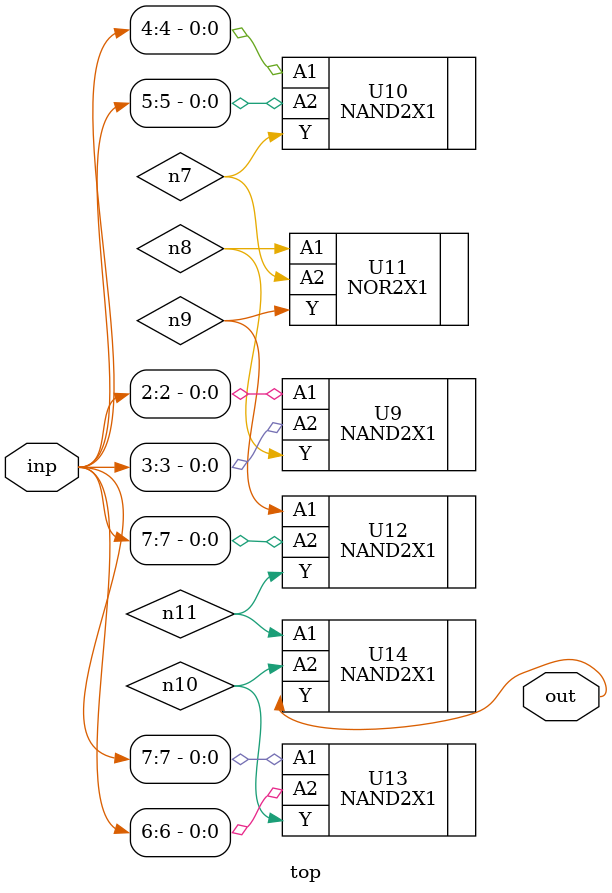
<source format=sv>


module top ( inp, out );
  input [7:0] inp;
  output out;
  wire   n7, n8, n9, n10, n11;

  NAND2X1 U9 ( .A1(inp[2]), .A2(inp[3]), .Y(n8) );
  NAND2X1 U10 ( .A1(inp[4]), .A2(inp[5]), .Y(n7) );
  NOR2X1 U11 ( .A1(n8), .A2(n7), .Y(n9) );
  NAND2X1 U12 ( .A1(n9), .A2(inp[7]), .Y(n11) );
  NAND2X1 U13 ( .A1(inp[7]), .A2(inp[6]), .Y(n10) );
  NAND2X1 U14 ( .A1(n11), .A2(n10), .Y(out) );
endmodule


</source>
